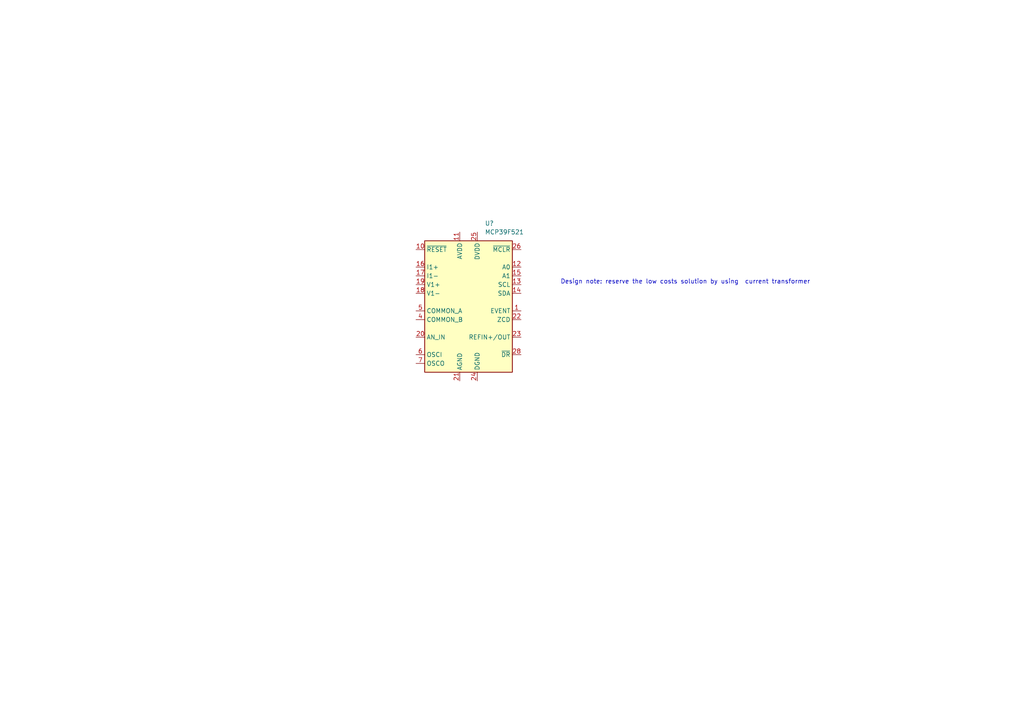
<source format=kicad_sch>
(kicad_sch (version 20230121) (generator eeschema)
  (paper "A4")
  (lib_symbols
    (symbol "Sensor_Energy:MCP39F521"
      (property "Reference" "U" (at -11.43 19.05 0))
      (property "Value" "MCP39F521" (at 8.89 19.05 0))
      (symbol "MCP39F521_0_1"
        (rectangle (start -12.7 17.78) (end 12.7 -20.32) (stroke (width 0.254)) (fill (type background)))
      )
      (symbol "MCP39F521_1_1"
        (pin output line (at 15.24 -2.54 180) (length 2.54) (name "EVENT") (number "1"))
        (pin input line (at -15.24 15.24 0) (length 2.54) (name "~{RESET}") (number "10"))
        (pin power_in line (at -2.54 20.32 270) (length 2.54) (name "AVDD") (number "11"))
        (pin input line (at 15.24 10.16 180) (length 2.54) (name "A0") (number "12"))
        (pin input line (at 15.24 5.08 180) (length 2.54) (name "SCL") (number "13"))
        (pin bidirectional line (at 15.24 2.54 180) (length 2.54) (name "SDA") (number "14"))
        (pin input line (at 15.24 7.62 180) (length 2.54) (name "A1") (number "15"))
        (pin input line (at -15.24 10.16 0) (length 2.54) (name "I1+") (number "16"))
        (pin input line (at -15.24 7.62 0) (length 2.54) (name "I1-") (number "17"))
        (pin input line (at -15.24 2.54 0) (length 2.54) (name "V1-") (number "18"))
        (pin input line (at -15.24 5.08 0) (length 2.54) (name "V1+") (number "19"))
        (pin no_connect line (at -12.7 12.7 0) (length 2.54) hide (name "NC") (number "2"))
        (pin input line (at -15.24 -10.16 0) (length 2.54) (name "AN_IN") (number "20"))
        (pin power_in line (at -2.54 -22.86 90) (length 2.54) (name "AGND") (number "21"))
        (pin output line (at 15.24 -5.08 180) (length 2.54) (name "ZCD") (number "22"))
        (pin bidirectional line (at 15.24 -10.16 180) (length 2.54) (name "REFIN+/OUT") (number "23"))
        (pin power_in line (at 2.54 -22.86 90) (length 2.54) (name "DGND") (number "24"))
        (pin power_in line (at 2.54 20.32 270) (length 2.54) (name "DVDD") (number "25"))
        (pin input line (at 15.24 15.24 180) (length 2.54) (name "~{MCLR}") (number "26"))
        (pin passive line (at 2.54 -22.86 90) (length 2.54) hide (name "DGND") (number "27"))
        (pin output line (at 15.24 -15.24 180) (length 2.54) (name "~{DR}") (number "28"))
        (pin passive line (at 2.54 -22.86 90) (length 2.54) hide (name "DGND") (number "29"))
        (pin no_connect line (at -12.7 0 0) (length 2.54) hide (name "NC") (number "3"))
        (pin passive line (at -15.24 -5.08 0) (length 2.54) (name "COMMON_B") (number "4"))
        (pin passive line (at -15.24 -2.54 0) (length 2.54) (name "COMMON_A") (number "5"))
        (pin input line (at -15.24 -15.24 0) (length 2.54) (name "OSCI") (number "6"))
        (pin passive line (at -15.24 -17.78 0) (length 2.54) (name "OSCO") (number "7"))
        (pin no_connect line (at 12.7 12.7 180) (length 2.54) hide (name "NC") (number "8"))
        (pin no_connect line (at 12.7 0 180) (length 2.54) hide (name "NC") (number "9"))
      )
    )
  )
  (text "Design note: reserve the low costs solution by using  current transformer" (at 162.56 82.55 0) (effects (font (size 1.27 1.27)) (justify left bottom)))
  (symbol (lib_id "Sensor_Energy:MCP39F521") (at 135.89 87.63 0) (unit 1)
    (property "Reference" "U?" (at 140.6241 64.77 0) (effects (justify left)))
    (property "Value" "MCP39F521" (at 140.6241 67.31 0) (effects (justify left)))
    (property "Footprint" "Package_DFN_QFN:QFN-28-1EP_5x5mm_P0.5mm_EP3.35x3.35mm" (effects hide))
    (property "Datasheet" "http://ww1.microchip.com/downloads/en/DeviceDoc/20005442A.pdf" (effects hide))
  )
)
</source>
